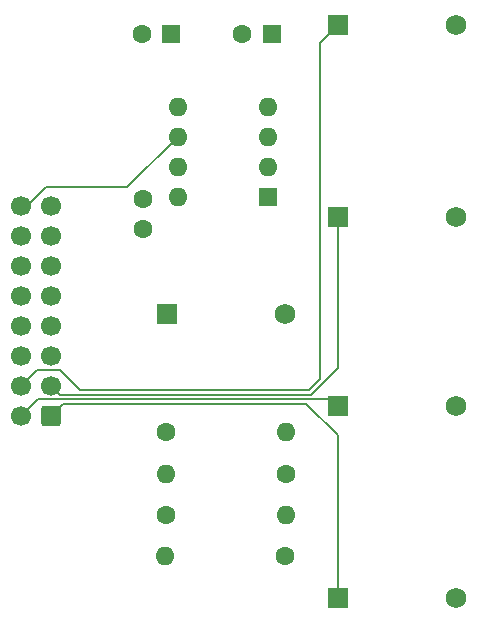
<source format=gbr>
%TF.GenerationSoftware,KiCad,Pcbnew,8.0.0*%
%TF.CreationDate,2024-04-24T16:24:04-05:00*%
%TF.ProjectId,UltrasonicPhasedArrayModule,556c7472-6173-46f6-9e69-635068617365,rev?*%
%TF.SameCoordinates,Original*%
%TF.FileFunction,Copper,L2,Bot*%
%TF.FilePolarity,Positive*%
%FSLAX46Y46*%
G04 Gerber Fmt 4.6, Leading zero omitted, Abs format (unit mm)*
G04 Created by KiCad (PCBNEW 8.0.0) date 2024-04-24 16:24:04*
%MOMM*%
%LPD*%
G01*
G04 APERTURE LIST*
G04 Aperture macros list*
%AMRoundRect*
0 Rectangle with rounded corners*
0 $1 Rounding radius*
0 $2 $3 $4 $5 $6 $7 $8 $9 X,Y pos of 4 corners*
0 Add a 4 corners polygon primitive as box body*
4,1,4,$2,$3,$4,$5,$6,$7,$8,$9,$2,$3,0*
0 Add four circle primitives for the rounded corners*
1,1,$1+$1,$2,$3*
1,1,$1+$1,$4,$5*
1,1,$1+$1,$6,$7*
1,1,$1+$1,$8,$9*
0 Add four rect primitives between the rounded corners*
20,1,$1+$1,$2,$3,$4,$5,0*
20,1,$1+$1,$4,$5,$6,$7,0*
20,1,$1+$1,$6,$7,$8,$9,0*
20,1,$1+$1,$8,$9,$2,$3,0*%
G04 Aperture macros list end*
%TA.AperFunction,ComponentPad*%
%ADD10R,1.600000X1.600000*%
%TD*%
%TA.AperFunction,ComponentPad*%
%ADD11C,1.600000*%
%TD*%
%TA.AperFunction,ComponentPad*%
%ADD12O,1.600000X1.600000*%
%TD*%
%TA.AperFunction,ComponentPad*%
%ADD13RoundRect,0.250000X0.600000X0.600000X-0.600000X0.600000X-0.600000X-0.600000X0.600000X-0.600000X0*%
%TD*%
%TA.AperFunction,ComponentPad*%
%ADD14C,1.700000*%
%TD*%
%TA.AperFunction,ComponentPad*%
%ADD15R,1.750000X1.750000*%
%TD*%
%TA.AperFunction,ComponentPad*%
%ADD16C,1.750000*%
%TD*%
%TA.AperFunction,Conductor*%
%ADD17C,0.200000*%
%TD*%
G04 APERTURE END LIST*
D10*
%TO.P,C3,1*%
%TO.N,Net-(C3-Pad1)*%
X153910225Y-51749999D03*
D11*
%TO.P,C3,2*%
%TO.N,Net-(C3-Pad2)*%
X151410225Y-51749999D03*
%TD*%
%TO.P,R1,1*%
%TO.N,Net-(MK1--)*%
X144920000Y-85500000D03*
D12*
%TO.P,R1,2*%
%TO.N,/GND*%
X155080000Y-85500000D03*
%TD*%
D13*
%TO.P,J1,1,Pin_1*%
%TO.N,Net-(J1-Pin_1)*%
X135250000Y-84080000D03*
D14*
%TO.P,J1,2,Pin_2*%
%TO.N,Net-(J1-Pin_2)*%
X132710000Y-84080000D03*
%TO.P,J1,3,Pin_3*%
%TO.N,Net-(J1-Pin_3)*%
X135250000Y-81540000D03*
%TO.P,J1,4,Pin_4*%
%TO.N,Net-(J1-Pin_4)*%
X132710000Y-81540000D03*
%TO.P,J1,5,Pin_5*%
%TO.N,unconnected-(J1-Pin_5-Pad5)*%
X135250000Y-79000000D03*
%TO.P,J1,6,Pin_6*%
%TO.N,unconnected-(J1-Pin_6-Pad6)*%
X132710000Y-79000000D03*
%TO.P,J1,7,Pin_7*%
%TO.N,unconnected-(J1-Pin_7-Pad7)*%
X135250000Y-76460000D03*
%TO.P,J1,8,Pin_8*%
%TO.N,unconnected-(J1-Pin_8-Pad8)*%
X132710000Y-76460000D03*
%TO.P,J1,9,Pin_9*%
%TO.N,unconnected-(J1-Pin_9-Pad9)*%
X135250000Y-73920000D03*
%TO.P,J1,10,Pin_10*%
%TO.N,unconnected-(J1-Pin_10-Pad10)*%
X132710000Y-73920000D03*
%TO.P,J1,11,Pin_11*%
%TO.N,unconnected-(J1-Pin_11-Pad11)*%
X135250000Y-71380000D03*
%TO.P,J1,12,Pin_12*%
%TO.N,unconnected-(J1-Pin_12-Pad12)*%
X132710000Y-71380000D03*
%TO.P,J1,13,Pin_13*%
%TO.N,Net-(J1-Pin_13)*%
X135250000Y-68840000D03*
%TO.P,J1,14,Pin_14*%
%TO.N,unconnected-(J1-Pin_14-Pad14)*%
X132710000Y-68840000D03*
%TO.P,J1,15,Pin_15*%
%TO.N,/GND*%
X135250000Y-66300000D03*
%TO.P,J1,16,Pin_16*%
%TO.N,/Vsys*%
X132710000Y-66300000D03*
%TD*%
D11*
%TO.P,R2,1*%
%TO.N,/GND*%
X155080000Y-89000000D03*
D12*
%TO.P,R2,2*%
%TO.N,Net-(MK1-+)*%
X144920000Y-89000000D03*
%TD*%
D11*
%TO.P,C2,1*%
%TO.N,Net-(C1-Pad1)*%
X143000000Y-65750000D03*
%TO.P,C2,2*%
%TO.N,Net-(C2-Pad2)*%
X143000000Y-68250000D03*
%TD*%
%TO.P,R3,1*%
%TO.N,Net-(C3-Pad1)*%
X144920000Y-92500000D03*
D12*
%TO.P,R3,2*%
%TO.N,Net-(R3-Pad2)*%
X155080000Y-92500000D03*
%TD*%
D11*
%TO.P,R4,1*%
%TO.N,/GND*%
X155000000Y-96000000D03*
D12*
%TO.P,R4,2*%
%TO.N,Net-(C2-Pad2)*%
X144840000Y-96000000D03*
%TD*%
D10*
%TO.P,U1,1,GAIN*%
%TO.N,Net-(R3-Pad2)*%
X153550000Y-65550000D03*
D12*
%TO.P,U1,2,-*%
%TO.N,Net-(MK1-+)*%
X153550000Y-63010000D03*
%TO.P,U1,3,+*%
%TO.N,Net-(MK1--)*%
X153550000Y-60470000D03*
%TO.P,U1,4,GND*%
%TO.N,/GND*%
X153550000Y-57930000D03*
%TO.P,U1,5*%
%TO.N,Net-(C1-Pad1)*%
X145930000Y-57930000D03*
%TO.P,U1,6,V+*%
%TO.N,/Vsys*%
X145930000Y-60470000D03*
%TO.P,U1,7,BYPASS*%
%TO.N,unconnected-(U1-BYPASS-Pad7)*%
X145930000Y-63010000D03*
%TO.P,U1,8,GAIN*%
%TO.N,Net-(C3-Pad2)*%
X145930000Y-65550000D03*
%TD*%
D10*
%TO.P,C1,1*%
%TO.N,Net-(C1-Pad1)*%
X145402651Y-51750000D03*
D11*
%TO.P,C1,2*%
%TO.N,Net-(J1-Pin_13)*%
X142902651Y-51750000D03*
%TD*%
D15*
%TO.P,LS2,1,1*%
%TO.N,Net-(J1-Pin_2)*%
X159500000Y-83250000D03*
D16*
%TO.P,LS2,2,2*%
%TO.N,/GND*%
X169500000Y-83250000D03*
%TD*%
D15*
%TO.P,LS3,1,1*%
%TO.N,Net-(J1-Pin_3)*%
X159500000Y-67250000D03*
D16*
%TO.P,LS3,2,2*%
%TO.N,/GND*%
X169500000Y-67250000D03*
%TD*%
D15*
%TO.P,Receiver 0,1,-*%
%TO.N,Net-(MK1--)*%
X145000000Y-75500000D03*
D16*
%TO.P,Receiver 0,2,+*%
%TO.N,Net-(MK1-+)*%
X155000000Y-75500000D03*
%TD*%
D15*
%TO.P,LS4,1,1*%
%TO.N,Net-(J1-Pin_4)*%
X159500000Y-51000000D03*
D16*
%TO.P,LS4,2,2*%
%TO.N,/GND*%
X169500000Y-51000000D03*
%TD*%
D15*
%TO.P,LS1,1,1*%
%TO.N,Net-(J1-Pin_1)*%
X159500000Y-99500000D03*
D16*
%TO.P,LS1,2,2*%
%TO.N,/GND*%
X169500000Y-99500000D03*
%TD*%
D17*
%TO.N,Net-(J1-Pin_3)*%
X135250000Y-81540000D02*
X136000000Y-82290000D01*
X157210000Y-82290000D02*
X159500000Y-80000000D01*
X136000000Y-82290000D02*
X157210000Y-82290000D01*
X159500000Y-80000000D02*
X159500000Y-67250000D01*
%TO.N,Net-(J1-Pin_2)*%
X158940000Y-82690000D02*
X159500000Y-83250000D01*
X132710000Y-84080000D02*
X134100000Y-82690000D01*
X134100000Y-82690000D02*
X158940000Y-82690000D01*
%TO.N,Net-(J1-Pin_1)*%
X156840000Y-83090000D02*
X159500000Y-85750000D01*
X159500000Y-85750000D02*
X159500000Y-99500000D01*
X135250000Y-84080000D02*
X136240000Y-83090000D01*
X136240000Y-83090000D02*
X156840000Y-83090000D01*
%TO.N,/Vsys*%
X134750000Y-64750000D02*
X141650000Y-64750000D01*
X133200000Y-66300000D02*
X134750000Y-64750000D01*
X132710000Y-66300000D02*
X133200000Y-66300000D01*
X141650000Y-64750000D02*
X145930000Y-60470000D01*
%TO.N,Net-(J1-Pin_4)*%
X136000000Y-80250000D02*
X137640000Y-81890000D01*
X157044314Y-81890000D02*
X158000000Y-80934314D01*
X134000000Y-80250000D02*
X136000000Y-80250000D01*
X158000000Y-52500000D02*
X159500000Y-51000000D01*
X137640000Y-81890000D02*
X157044314Y-81890000D01*
X158000000Y-80934314D02*
X158000000Y-52500000D01*
X132710000Y-81540000D02*
X134000000Y-80250000D01*
%TD*%
M02*

</source>
